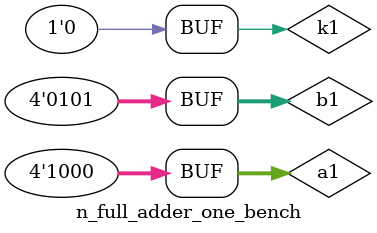
<source format=v>
module n_full_adder_one_bench();
	reg [3:0]a1;
	reg [3:0]b1;
	reg k1;
	wire [4:0]S1;
	n_full_adder_one dUT_1(.a(a1),.b(b1),.k(k1),.S(S1));
	initial
	begin
		a1=4'd10;b1=4'd2;k1=1'b0;
	#100	a1=4'd8;b1=4'd5;k1=1'b0;
	end
endmodule
</source>
